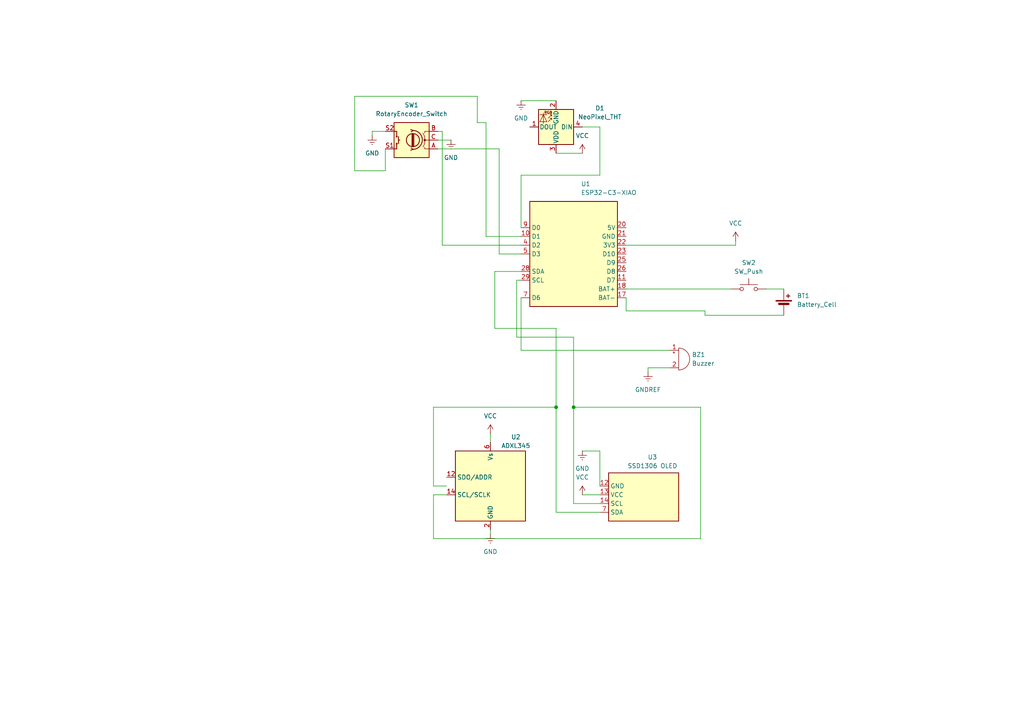
<source format=kicad_sch>
(kicad_sch (version 20250114) (generator "eeschema") (generator_version "9.0")
  (paper "A4")
  (lib_symbols
    (symbol "ADXL343_1"
      (property "Reference" "U3" (at 15.24 6.4202 0))
      (property "Value" "SSD1306 OLED" (at 15.24 3.8802 0))
      (symbol "ADXL343_1_0_1"
        (rectangle (start -10.16 6.35) (end 10.16 -7.62) (stroke (width 0.254)) (fill (type background)))
      )
      (symbol "ADXL343_1_1_1"
        (pin bidirectional line (at -12.7 2.54 0) (length 2.54) (name "GND") (number "12"))
        (pin bidirectional line (at -12.7 0 0) (length 2.54) (name "VCC") (number "13"))
        (pin input line (at -12.7 -2.54 0) (length 2.54) (name "SCL") (number "14"))
        (pin input line (at -12.7 -5.08 0) (length 2.54) (name "SDA") (number "7"))
        (pin no_connect line (at -5.08 -10.16 90) (length 2.54) (hide yes) (name "NC") (number "10"))
        (pin passive line (at 0 -10.16 90) (length 2.54) (hide yes) (name "GND") (number "4"))
        (pin passive line (at 0 -10.16 90) (length 2.54) (hide yes) (name "GND") (number "5"))
      )
    )
    (symbol "Device:Battery_Cell" (pin_numbers (hide yes)) (pin_names (offset 0) (hide yes))
      (property "Reference" "BT" (at 2.54 2.54 0))
      (property "Value" "Battery_Cell" (at 2.54 0 0))
      (symbol "Battery_Cell_0_1"
        (rectangle (start -2.286 1.778) (end 2.286 1.524) (fill (type outline)))
        (rectangle (start -1.524 1.016) (end 1.524 0.508) (fill (type outline)))
        (polyline (pts (xy 0 1.778) (xy 0 2.54)))
        (polyline (pts (xy 0 0.762) (xy 0 0)))
        (polyline (pts (xy 0.762 3.048) (xy 1.778 3.048)) (stroke (width 0.254)))
        (polyline (pts (xy 1.27 3.556) (xy 1.27 2.54)) (stroke (width 0.254)))
      )
      (symbol "Battery_Cell_1_1"
        (pin passive line (at 0 5.08 270) (length 2.54) (name "+") (number "1"))
        (pin passive line (at 0 -2.54 90) (length 2.54) (name "-") (number "2"))
      )
    )
    (symbol "Device:Buzzer" (pin_names (offset 0.0254) (hide yes))
      (property "Reference" "BZ" (at 3.81 1.27 0))
      (property "Value" "Buzzer" (at 3.81 -1.27 0))
      (symbol "Buzzer_0_1"
        (polyline (pts (xy -1.651 1.905) (xy -1.143 1.905)))
        (polyline (pts (xy -1.397 2.159) (xy -1.397 1.651)))
        (arc (start 0 3.175) (mid 3.1612 0) (end 0 -3.175))
        (polyline (pts (xy 0 3.175) (xy 0 -3.175)))
      )
      (symbol "Buzzer_1_1"
        (pin passive line (at -2.54 2.54 0) (length 2.54) (name "+") (number "1"))
        (pin passive line (at -2.54 -2.54 0) (length 2.54) (name "-") (number "2"))
      )
    )
    (symbol "Device:RotaryEncoder_Switch" (pin_names (offset 0.254) (hide yes))
      (property "Reference" "SW" (at 0 6.604 0))
      (property "Value" "RotaryEncoder_Switch" (at 0 -6.604 0))
      (symbol "RotaryEncoder_Switch_0_1"
        (rectangle (start -5.08 5.08) (end 5.08 -5.08) (stroke (width 0.254)) (fill (type background)))
        (polyline (pts (xy -5.08 2.54) (xy -3.81 2.54) (xy -3.81 2.032)))
        (polyline (pts (xy -5.08 0) (xy -3.81 0) (xy -3.81 -1.016) (xy -3.302 -2.032)))
        (polyline (pts (xy -5.08 -2.54) (xy -3.81 -2.54) (xy -3.81 -2.032)))
        (polyline (pts (xy -4.318 0) (xy -3.81 0) (xy -3.81 1.016) (xy -3.302 2.032)))
        (circle (center -3.81 0) (radius 0.254) (fill (type outline)))
        (polyline (pts (xy -0.635 -1.778) (xy -0.635 1.778)) (stroke (width 0.254)))
        (circle (center -0.381 0) (radius 1.905) (stroke (width 0.254)))
        (polyline (pts (xy -0.381 -1.778) (xy -0.381 1.778)) (stroke (width 0.254)))
        (arc (start -0.381 -2.794) (mid -3.0988 -0.0635) (end -0.381 2.667) (stroke (width 0.254)))
        (polyline (pts (xy -0.127 1.778) (xy -0.127 -1.778)) (stroke (width 0.254)))
        (polyline (pts (xy 0.254 2.921) (xy -0.508 2.667) (xy 0.127 2.286)) (stroke (width 0.254)))
        (polyline (pts (xy 0.254 -3.048) (xy -0.508 -2.794) (xy 0.127 -2.413)) (stroke (width 0.254)))
        (polyline (pts (xy 3.81 1.016) (xy 3.81 -1.016)) (stroke (width 0.254)))
        (polyline (pts (xy 3.81 0) (xy 3.429 0)) (stroke (width 0.254)))
        (circle (center 4.318 1.016) (radius 0.127) (stroke (width 0.254)))
        (circle (center 4.318 -1.016) (radius 0.127) (stroke (width 0.254)))
        (polyline (pts (xy 5.08 2.54) (xy 4.318 2.54) (xy 4.318 1.016)) (stroke (width 0.254)))
        (polyline (pts (xy 5.08 -2.54) (xy 4.318 -2.54) (xy 4.318 -1.016)) (stroke (width 0.254)))
      )
      (symbol "RotaryEncoder_Switch_1_1"
        (pin passive line (at -7.62 2.54 0) (length 2.54) (name "A") (number "A"))
        (pin passive line (at -7.62 0 0) (length 2.54) (name "C") (number "C"))
        (pin passive line (at -7.62 -2.54 0) (length 2.54) (name "B") (number "B"))
        (pin passive line (at 7.62 2.54 180) (length 2.54) (name "S1") (number "S1"))
        (pin passive line (at 7.62 -2.54 180) (length 2.54) (name "S2") (number "S2"))
      )
    )
    (symbol "LED:NeoPixel_THT" (pin_names (offset 0.254))
      (property "Reference" "D" (at 5.08 5.715 0))
      (property "Value" "NeoPixel_THT" (at 1.27 -5.715 0))
      (symbol "NeoPixel_THT_0_0"
        (text "RGB" (at 2.286 -4.191 0) (effects (font (size 0.762 0.762))))
      )
      (symbol "NeoPixel_THT_0_1"
        (polyline (pts (xy 1.27 -2.54) (xy 1.778 -2.54)))
        (polyline (pts (xy 1.27 -3.556) (xy 1.778 -3.556)))
        (polyline (pts (xy 2.286 -1.524) (xy 1.27 -2.54) (xy 1.27 -2.032)))
        (polyline (pts (xy 2.286 -2.54) (xy 1.27 -3.556) (xy 1.27 -3.048)))
        (polyline (pts (xy 3.683 -1.016) (xy 3.683 -3.556) (xy 3.683 -4.064)))
        (polyline (pts (xy 4.699 -1.524) (xy 2.667 -1.524) (xy 3.683 -3.556) (xy 4.699 -1.524)))
        (polyline (pts (xy 4.699 -3.556) (xy 2.667 -3.556)))
        (rectangle (start 5.08 5.08) (end -5.08 -5.08) (stroke (width 0.254)) (fill (type background)))
      )
      (symbol "NeoPixel_THT_1_1"
        (pin input line (at -7.62 0 0) (length 2.54) (name "DIN") (number "4"))
        (pin power_in line (at 0 7.62 270) (length 2.54) (name "VDD") (number "3"))
        (pin power_in line (at 0 -7.62 90) (length 2.54) (name "GND") (number "2"))
        (pin output line (at 7.62 0 180) (length 2.54) (name "DOUT") (number "1"))
      )
    )
    (symbol "RF_Module:ESP32-C3-DevKitM-1"
      (property "Reference" "U1" (at 2.1433 20.32 0))
      (property "Value" "ESP32-C3-XIAO" (at 2.1433 17.78 0))
      (symbol "ESP32-C3-DevKitM-1_1_1"
        (rectangle (start -12.7 15.24) (end 12.7 -15.24) (stroke (width 0.254)) (fill (type background)))
        (pin bidirectional line (at -15.24 7.62 0) (length 2.54) (name "D0") (number "9"))
        (pin bidirectional line (at -15.24 5.08 0) (length 2.54) (name "D1") (number "10"))
        (pin bidirectional line (at -15.24 2.54 0) (length 2.54) (name "D2") (number "4"))
        (pin bidirectional line (at -15.24 0 0) (length 2.54) (name "D3") (number "5"))
        (pin bidirectional line (at -15.24 -5.08 0) (length 2.54) (name "SDA") (number "28"))
        (pin bidirectional line (at -15.24 -7.62 0) (length 2.54) (name "SCL") (number "29"))
        (pin input line (at -15.24 -12.7 0) (length 2.54) (name "D6") (number "7"))
        (pin passive line (at 0 17.78 270) (length 2.54) (hide yes) (name "5V") (number "14"))
        (pin passive line (at 0 -17.78 90) (length 2.54) (hide yes) (name "GND") (number "12"))
        (pin passive line (at 0 -17.78 90) (length 2.54) (hide yes) (name "GND") (number "15"))
        (pin passive line (at 0 -17.78 90) (length 2.54) (hide yes) (name "GND") (number "16"))
        (pin passive line (at 0 -17.78 90) (length 2.54) (hide yes) (name "GND") (number "19"))
        (pin passive line (at 0 -17.78 90) (length 2.54) (hide yes) (name "GND") (number "24"))
        (pin passive line (at 0 -17.78 90) (length 2.54) (hide yes) (name "GND") (number "27"))
        (pin passive line (at 0 -17.78 90) (length 2.54) (hide yes) (name "GND") (number "30"))
        (pin passive line (at 0 -17.78 90) (length 2.54) (hide yes) (name "GND") (number "6"))
        (pin passive line (at 0 -17.78 90) (length 2.54) (hide yes) (name "GND") (number "8"))
        (pin passive line (at 15.24 12.7 180) (length 2.54) (hide yes) (name "3V3") (number "3"))
        (pin bidirectional line (at 15.24 7.62 180) (length 2.54) (name "5V") (number "20"))
        (pin bidirectional line (at 15.24 5.08 180) (length 2.54) (name "GND") (number "21"))
        (pin bidirectional line (at 15.24 2.54 180) (length 2.54) (name "3V3") (number "22"))
        (pin bidirectional line (at 15.24 0 180) (length 2.54) (name "D10") (number "23"))
        (pin bidirectional line (at 15.24 -2.54 180) (length 2.54) (name "D9") (number "25"))
        (pin bidirectional line (at 15.24 -5.08 180) (length 2.54) (name "D8") (number "26"))
        (pin bidirectional line (at 15.24 -7.62 180) (length 2.54) (name "D7") (number "11"))
        (pin bidirectional line (at 15.24 -10.16 180) (length 2.54) (name "BAT+") (number "18"))
        (pin bidirectional line (at 15.24 -12.7 180) (length 2.54) (name "BAT-") (number "17"))
      )
    )
    (symbol "Sensor_Motion:ADXL343"
      (property "Reference" "U2" (at 15.24 6.4202 0))
      (property "Value" "ADXL345" (at 15.24 3.8802 0))
      (symbol "ADXL343_0_1"
        (rectangle (start -10.16 10.16) (end 10.16 -10.16) (stroke (width 0.254)) (fill (type background)))
      )
      (symbol "ADXL343_1_1"
        (pin bidirectional line (at -12.7 2.54 0) (length 2.54) (name "SDO/ADDR") (number "12"))
        (pin input line (at -12.7 -2.54 0) (length 2.54) (name "SCL/SCLK") (number "14"))
        (pin no_connect line (at -5.08 -10.16 90) (length 2.54) (hide yes) (name "NC") (number "10"))
        (pin power_in line (at 0 12.7 270) (length 2.54) (name "Vs") (number "6"))
        (pin power_in line (at 0 -12.7 90) (length 2.54) (name "GND") (number "2"))
        (pin passive line (at 0 -12.7 90) (length 2.54) (hide yes) (name "GND") (number "4"))
        (pin passive line (at 0 -12.7 90) (length 2.54) (hide yes) (name "GND") (number "5"))
      )
    )
    (symbol "Switch:SW_Push" (pin_numbers (hide yes)) (pin_names (offset 1.016) (hide yes))
      (property "Reference" "SW" (at 1.27 2.54 0))
      (property "Value" "SW_Push" (at 0 -1.524 0))
      (symbol "SW_Push_0_1"
        (circle (center -2.032 0) (radius 0.508))
        (polyline (pts (xy 0 1.27) (xy 0 3.048)))
        (circle (center 2.032 0) (radius 0.508))
        (polyline (pts (xy 2.54 1.27) (xy -2.54 1.27)))
        (pin passive line (at -5.08 0 0) (length 2.54) (name "1") (number "1"))
        (pin passive line (at 5.08 0 180) (length 2.54) (name "2") (number "2"))
      )
    )
    (symbol "power:GNDREF" (power) (pin_numbers (hide yes)) (pin_names (offset 0) (hide yes))
      (property "Value" "GNDREF" (at 0 -3.81 0))
      (symbol "GNDREF_0_1"
        (polyline (pts (xy -0.635 -1.905) (xy 0.635 -1.905)))
        (polyline (pts (xy -0.127 -2.54) (xy 0.127 -2.54)))
        (polyline (pts (xy 0 -1.27) (xy 0 0)))
        (polyline (pts (xy 1.27 -1.27) (xy -1.27 -1.27)))
      )
      (symbol "GNDREF_1_1"
        (pin power_in line (at 0 0 270) (length 0) (name "~") (number "1"))
      )
    )
    (symbol "power:VCC" (power) (pin_numbers (hide yes)) (pin_names (offset 0) (hide yes))
      (property "Value" "VCC" (at 0 3.556 0))
      (symbol "VCC_0_1"
        (polyline (pts (xy -0.762 1.27) (xy 0 2.54)))
        (polyline (pts (xy 0 2.54) (xy 0.762 1.27)))
        (polyline (pts (xy 0 0) (xy 0 2.54)))
      )
      (symbol "VCC_1_1"
        (pin power_in line (at 0 0 90) (length 0) (name "~") (number "1"))
      )
    )
  )
  (junction (at 161.29 118.11))
  (junction (at 166.37 118.11))
  (wire (pts (xy 125.73 143.51) (xy 125.73 156.21)))
  (wire (pts (xy 181.61 71.12) (xy 213.36 71.12)))
  (wire (pts (xy 168.91 143.51) (xy 173.99 143.51)))
  (wire (pts (xy 187.96 106.68) (xy 187.96 107.95)))
  (wire (pts (xy 127 40.64) (xy 130.81 40.64)))
  (wire (pts (xy 166.37 97.79) (xy 149.86 97.79)))
  (wire (pts (xy 151.13 101.6) (xy 151.13 86.36)))
  (wire (pts (xy 194.31 101.6) (xy 151.13 101.6)))
  (wire (pts (xy 204.47 90.17) (xy 181.61 90.17)))
  (wire (pts (xy 168.91 130.81) (xy 173.99 130.81)))
  (wire (pts (xy 194.31 106.68) (xy 187.96 106.68)))
  (wire (pts (xy 166.37 97.79) (xy 166.37 118.11)))
  (wire (pts (xy 129.54 140.97) (xy 125.73 140.97)))
  (wire (pts (xy 222.25 83.82) (xy 227.33 83.82)))
  (wire (pts (xy 140.97 68.58) (xy 151.13 68.58)))
  (wire (pts (xy 125.73 140.97) (xy 125.73 118.11)))
  (wire (pts (xy 102.87 49.53) (xy 102.87 27.94)))
  (wire (pts (xy 127 38.1) (xy 128.27 38.1)))
  (wire (pts (xy 151.13 50.8) (xy 151.13 66.04)))
  (wire (pts (xy 168.91 36.83) (xy 173.99 36.83)))
  (wire (pts (xy 144.78 73.66) (xy 151.13 73.66)))
  (wire (pts (xy 161.29 118.11) (xy 161.29 148.59)))
  (wire (pts (xy 107.95 38.1) (xy 107.95 39.37)))
  (wire (pts (xy 127 43.18) (xy 144.78 43.18)))
  (wire (pts (xy 166.37 118.11) (xy 166.37 146.05)))
  (wire (pts (xy 203.2 118.11) (xy 166.37 118.11)))
  (wire (pts (xy 102.87 27.94) (xy 138.43 27.94)))
  (wire (pts (xy 125.73 118.11) (xy 161.29 118.11)))
  (wire (pts (xy 129.54 143.51) (xy 125.73 143.51)))
  (wire (pts (xy 173.99 36.83) (xy 173.99 50.8)))
  (wire (pts (xy 161.29 148.59) (xy 173.99 148.59)))
  (wire (pts (xy 149.86 97.79) (xy 149.86 81.28)))
  (wire (pts (xy 181.61 90.17) (xy 181.61 86.36)))
  (wire (pts (xy 128.27 71.12) (xy 151.13 71.12)))
  (wire (pts (xy 140.97 35.56) (xy 140.97 68.58)))
  (wire (pts (xy 181.61 83.82) (xy 212.09 83.82)))
  (wire (pts (xy 142.24 125.73) (xy 142.24 128.27)))
  (wire (pts (xy 173.99 130.81) (xy 173.99 140.97)))
  (wire (pts (xy 213.36 71.12) (xy 213.36 69.85)))
  (wire (pts (xy 203.2 156.21) (xy 203.2 118.11)))
  (wire (pts (xy 138.43 35.56) (xy 140.97 35.56)))
  (wire (pts (xy 227.33 91.44) (xy 204.47 91.44)))
  (wire (pts (xy 144.78 43.18) (xy 144.78 73.66)))
  (wire (pts (xy 143.51 95.25) (xy 143.51 78.74)))
  (wire (pts (xy 111.76 38.1) (xy 107.95 38.1)))
  (wire (pts (xy 128.27 38.1) (xy 128.27 71.12)))
  (wire (pts (xy 173.99 50.8) (xy 151.13 50.8)))
  (wire (pts (xy 142.24 153.67) (xy 142.24 154.94)))
  (wire (pts (xy 125.73 156.21) (xy 203.2 156.21)))
  (wire (pts (xy 161.29 95.25) (xy 161.29 118.11)))
  (wire (pts (xy 149.86 81.28) (xy 151.13 81.28)))
  (wire (pts (xy 204.47 91.44) (xy 204.47 90.17)))
  (wire (pts (xy 161.29 44.45) (xy 168.91 44.45)))
  (wire (pts (xy 166.37 146.05) (xy 173.99 146.05)))
  (wire (pts (xy 151.13 29.21) (xy 161.29 29.21)))
  (wire (pts (xy 138.43 27.94) (xy 138.43 35.56)))
  (wire (pts (xy 143.51 78.74) (xy 151.13 78.74)))
  (wire (pts (xy 111.76 43.18) (xy 111.76 49.53)))
  (wire (pts (xy 111.76 49.53) (xy 102.87 49.53)))
  (wire (pts (xy 143.51 95.25) (xy 161.29 95.25)))
  (symbol (lib_id "Device:Buzzer") (at 196.85 104.14 0) (unit 1)
    (property "Reference" "BZ1" (at 200.66 102.8699 0) (effects (justify left)))
    (property "Value" "Buzzer" (at 200.66 105.4099 0) (effects (justify left)))
    (property "Description" "Buzzer, polarized" (effects (hide yes)))
  )
  (symbol (lib_id "power:VCC") (at 213.36 69.85 0) (unit 1)
    (property "Reference" "#PWR03" (effects (hide yes)))
    (property "Value" "VCC" (at 213.36 64.77 0))
    (property "Description" "Power symbol creates a global label with name \"VCC\"" (effects (hide yes)))
  )
  (symbol (lib_id "Device:RotaryEncoder_Switch") (at 119.38 40.64 180) (unit 1)
    (property "Reference" "SW1" (at 119.38 30.48 0))
    (property "Value" "RotaryEncoder_Switch" (at 119.38 33.02 0))
    (property "Description" "Rotary encoder, dual channel, incremental quadrate outputs, with switch" (effects (hide yes)))
  )
  (symbol (lib_id "power:GNDREF") (at 168.91 130.81 0) (unit 1)
    (property "Reference" "#PWR09" (effects (hide yes)))
    (property "Value" "GND" (at 168.91 135.89 0))
    (property "Description" "Power symbol creates a global label with name \"GNDREF\" , reference supply ground" (effects (hide yes)))
  )
  (symbol (lib_id "power:GNDREF") (at 142.24 154.94 0) (unit 1)
    (property "Reference" "#PWR08" (effects (hide yes)))
    (property "Value" "GND" (at 142.24 160.02 0))
    (property "Description" "Power symbol creates a global label with name \"GNDREF\" , reference supply ground" (effects (hide yes)))
  )
  (symbol (lib_id "Device:Battery_Cell") (at 227.33 88.9 0) (unit 1)
    (property "Reference" "BT1" (at 231.14 85.7884 0) (effects (justify left)))
    (property "Value" "Battery_Cell" (at 231.14 88.3284 0) (effects (justify left)))
    (property "Description" "Single-cell battery" (effects (hide yes)))
  )
  (symbol (lib_id "Switch:SW_Push") (at 217.17 83.82 0) (unit 1)
    (property "Reference" "SW2" (at 217.17 76.2 0))
    (property "Value" "SW_Push" (at 217.17 78.74 0))
    (property "Description" "Push button switch, generic, two pins" (effects (hide yes)))
  )
  (symbol (lib_id "LED:NeoPixel_THT") (at 161.29 36.83 180) (unit 1)
    (property "Reference" "D1" (at 173.99 31.3846 0))
    (property "Value" "NeoPixel_THT" (at 173.99 33.9246 0))
    (property "Datasheet" "https://www.adafruit.com/product/1938" (effects (hide yes)))
    (property "Description" "RGB LED with integrated controller, 5mm/8mm LED package" (effects (hide yes)))
  )
  (symbol (lib_id "power:VCC") (at 142.24 125.73 0) (unit 1)
    (property "Reference" "#PWR05" (effects (hide yes)))
    (property "Value" "VCC" (at 142.24 120.65 0))
    (property "Description" "Power symbol creates a global label with name \"VCC\"" (effects (hide yes)))
  )
  (symbol (lib_id "power:GNDREF") (at 187.96 107.95 0) (unit 1)
    (property "Reference" "#PWR010" (effects (hide yes)))
    (property "Value" "GNDREF" (at 187.96 113.03 0))
    (property "Description" "Power symbol creates a global label with name \"GNDREF\" , reference supply ground" (effects (hide yes)))
  )
  (symbol (lib_id "power:VCC") (at 168.91 44.45 0) (unit 1)
    (property "Reference" "#PWR04" (effects (hide yes)))
    (property "Value" "VCC" (at 168.91 39.37 0))
    (property "Description" "Power symbol creates a global label with name \"VCC\"" (effects (hide yes)))
  )
  (symbol (lib_id "power:VCC") (at 168.91 143.51 0) (unit 1)
    (property "Reference" "#PWR06" (effects (hide yes)))
    (property "Value" "VCC" (at 168.91 138.43 0))
    (property "Description" "Power symbol creates a global label with name \"VCC\"" (effects (hide yes)))
  )
  (symbol (lib_id "power:GNDREF") (at 107.95 39.37 0) (unit 1)
    (property "Reference" "#PWR02" (effects (hide yes)))
    (property "Value" "GND" (at 107.95 44.45 0))
    (property "Description" "Power symbol creates a global label with name \"GNDREF\" , reference supply ground" (effects (hide yes)))
  )
  (symbol (lib_id "RF_Module:ESP32-C3-DevKitM-1") (at 166.37 73.66 0) (unit 1)
    (property "Reference" "U1" (at 168.5133 53.34 0) (effects (justify left)))
    (property "Value" "ESP32-C3-XIAO" (at 168.5133 55.88 0) (effects (justify left)))
    (property "Footprint" "RF_Module:ESP32-C3-DevKitM-1" (effects (hide yes)))
    (property "Datasheet" "https://docs.espressif.com/projects/esp-idf/en/latest/esp32c3/hw-reference/esp32c3/user-guide-devkitm-1.html" (effects (hide yes)))
    (property "Description" "Development board featuring ESP32-C3-MINI-1 module" (effects (hide yes)))
  )
  (symbol (lib_name "ADXL343_1") (lib_id "Sensor_Motion:ADXL343") (at 186.69 143.51 0) (unit 1)
    (property "Reference" "U3" (at 189.23 132.588 0))
    (property "Value" "SSD1306 OLED" (at 189.23 135.128 0))
    (property "Footprint" "Package_LGA:LGA-14_3x5mm_P0.8mm_LayoutBorder1x6y" (effects (hide yes)))
    (property "Datasheet" "https://www.analog.com/media/en/technical-documentation/data-sheets/ADXL343.pdf" (effects (hide yes)))
    (property "Description" "3-Axis MEMS Accelerometer, 2/4/8/16g range, I2C/SPI, LGA-14" (effects (hide yes)))
  )
  (symbol (lib_id "Sensor_Motion:ADXL343") (at 142.24 140.97 0) (unit 1)
    (property "Reference" "U2" (at 149.606 126.746 0))
    (property "Value" "ADXL345" (at 149.606 129.286 0))
    (property "Footprint" "Package_LGA:LGA-14_3x5mm_P0.8mm_LayoutBorder1x6y" (effects (hide yes)))
    (property "Datasheet" "https://www.analog.com/media/en/technical-documentation/data-sheets/ADXL343.pdf" (effects (hide yes)))
    (property "Description" "3-Axis MEMS Accelerometer, 2/4/8/16g range, I2C/SPI, LGA-14" (effects (hide yes)))
  )
  (symbol (lib_id "power:GNDREF") (at 130.81 40.64 0) (unit 1)
    (property "Reference" "#PWR01" (effects (hide yes)))
    (property "Value" "GND" (at 130.81 45.72 0))
    (property "Description" "Power symbol creates a global label with name \"GNDREF\" , reference supply ground" (effects (hide yes)))
  )
  (symbol (lib_id "power:GNDREF") (at 151.13 29.21 0) (unit 1)
    (property "Reference" "#PWR07" (effects (hide yes)))
    (property "Value" "GND" (at 151.13 34.29 0))
    (property "Description" "Power symbol creates a global label with name \"GNDREF\" , reference supply ground" (effects (hide yes)))
  )
)
</source>
